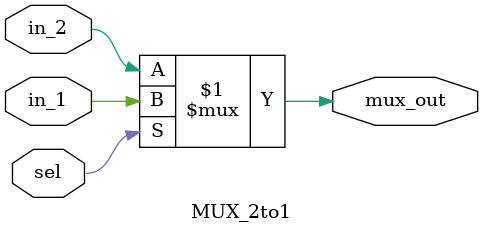
<source format=v>
`timescale 1ns / 1ps


module MUX_2to1(input sel, in_1, in_2, 
                output mux_out);

    //conditional statement to select in_1 or in_2
    assign mux_out = sel ? in_1 : in_2;
    
endmodule

</source>
